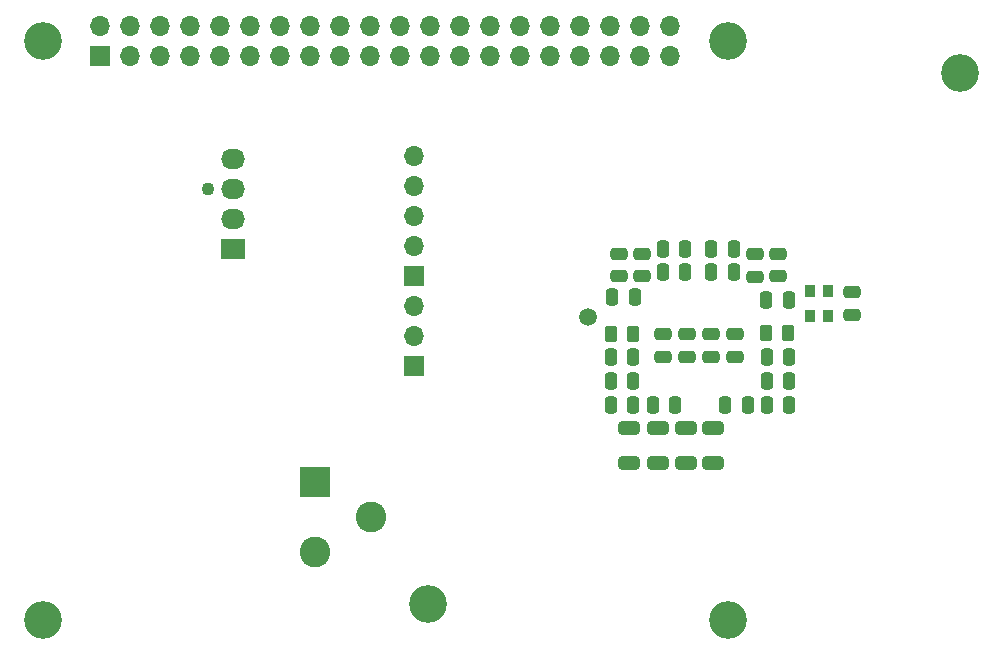
<source format=gbs>
G04 #@! TF.GenerationSoftware,KiCad,Pcbnew,7.0.7-7.0.7~ubuntu22.04.1*
G04 #@! TF.CreationDate,2023-10-23T09:56:04+02:00*
G04 #@! TF.ProjectId,bitaxeUltra,62697461-7865-4556-9c74-72612e6b6963,rev?*
G04 #@! TF.SameCoordinates,Original*
G04 #@! TF.FileFunction,Soldermask,Bot*
G04 #@! TF.FilePolarity,Negative*
%FSLAX46Y46*%
G04 Gerber Fmt 4.6, Leading zero omitted, Abs format (unit mm)*
G04 Created by KiCad (PCBNEW 7.0.7-7.0.7~ubuntu22.04.1) date 2023-10-23 09:56:04*
%MOMM*%
%LPD*%
G01*
G04 APERTURE LIST*
G04 Aperture macros list*
%AMRoundRect*
0 Rectangle with rounded corners*
0 $1 Rounding radius*
0 $2 $3 $4 $5 $6 $7 $8 $9 X,Y pos of 4 corners*
0 Add a 4 corners polygon primitive as box body*
4,1,4,$2,$3,$4,$5,$6,$7,$8,$9,$2,$3,0*
0 Add four circle primitives for the rounded corners*
1,1,$1+$1,$2,$3*
1,1,$1+$1,$4,$5*
1,1,$1+$1,$6,$7*
1,1,$1+$1,$8,$9*
0 Add four rect primitives between the rounded corners*
20,1,$1+$1,$2,$3,$4,$5,0*
20,1,$1+$1,$4,$5,$6,$7,0*
20,1,$1+$1,$6,$7,$8,$9,0*
20,1,$1+$1,$8,$9,$2,$3,0*%
G04 Aperture macros list end*
%ADD10R,1.700000X1.700000*%
%ADD11O,1.700000X1.700000*%
%ADD12C,3.200000*%
%ADD13C,1.100000*%
%ADD14R,2.030000X1.730000*%
%ADD15O,2.030000X1.730000*%
%ADD16R,2.600000X2.600000*%
%ADD17C,2.600000*%
%ADD18RoundRect,0.250000X0.475000X-0.250000X0.475000X0.250000X-0.475000X0.250000X-0.475000X-0.250000X0*%
%ADD19RoundRect,0.250000X0.250000X0.475000X-0.250000X0.475000X-0.250000X-0.475000X0.250000X-0.475000X0*%
%ADD20RoundRect,0.250000X-0.250000X-0.475000X0.250000X-0.475000X0.250000X0.475000X-0.250000X0.475000X0*%
%ADD21RoundRect,0.250000X-0.650000X0.325000X-0.650000X-0.325000X0.650000X-0.325000X0.650000X0.325000X0*%
%ADD22RoundRect,0.250000X-0.475000X0.250000X-0.475000X-0.250000X0.475000X-0.250000X0.475000X0.250000X0*%
%ADD23R,0.900000X1.000000*%
%ADD24RoundRect,0.250000X0.262500X0.450000X-0.262500X0.450000X-0.262500X-0.450000X0.262500X-0.450000X0*%
%ADD25C,1.500000*%
G04 APERTURE END LIST*
D10*
X208280000Y-79248000D03*
D11*
X208280000Y-76708000D03*
X208280000Y-74168000D03*
X208280000Y-71628000D03*
X208280000Y-69088000D03*
D12*
X176850000Y-108300000D03*
D13*
X190834000Y-71872000D03*
D14*
X192994000Y-76952000D03*
D15*
X192994000Y-74412000D03*
X192994000Y-71872000D03*
X192994000Y-69332000D03*
D10*
X181737000Y-60568000D03*
D11*
X181737000Y-58028000D03*
X184277000Y-60568000D03*
X184277000Y-58028000D03*
X186817000Y-60568000D03*
X186817000Y-58028000D03*
X189357000Y-60568000D03*
X189357000Y-58028000D03*
X191897000Y-60568000D03*
X191897000Y-58028000D03*
X194437000Y-60568000D03*
X194437000Y-58028000D03*
X196977000Y-60568000D03*
X196977000Y-58028000D03*
X199517000Y-60568000D03*
X199517000Y-58028000D03*
X202057000Y-60568000D03*
X202057000Y-58028000D03*
X204597000Y-60568000D03*
X204597000Y-58028000D03*
X207137000Y-60568000D03*
X207137000Y-58028000D03*
X209677000Y-60568000D03*
X209677000Y-58028000D03*
X212217000Y-60568000D03*
X212217000Y-58028000D03*
X214757000Y-60568000D03*
X214757000Y-58028000D03*
X217297000Y-60568000D03*
X217297000Y-58028000D03*
X219837000Y-60568000D03*
X219837000Y-58028000D03*
X222377000Y-60568000D03*
X222377000Y-58028000D03*
X224917000Y-60568000D03*
X224917000Y-58028000D03*
X227457000Y-60568000D03*
X227457000Y-58028000D03*
X229997000Y-60568000D03*
X229997000Y-58028000D03*
D12*
X234850000Y-108300000D03*
X254500000Y-62000000D03*
D10*
X208280000Y-86868000D03*
D11*
X208280000Y-84328000D03*
X208280000Y-81788000D03*
D12*
X209500000Y-107000000D03*
X176850000Y-59300000D03*
D16*
X199898000Y-96616000D03*
D17*
X199898000Y-102616000D03*
X204598000Y-99616000D03*
D12*
X234850000Y-59300000D03*
D18*
X227584000Y-79248000D03*
X227584000Y-77348000D03*
D19*
X226959200Y-81026000D03*
X225059200Y-81026000D03*
D18*
X239100000Y-79250000D03*
X239100000Y-77350000D03*
D20*
X224922000Y-86106000D03*
X226822000Y-86106000D03*
X229350000Y-76900000D03*
X231250000Y-76900000D03*
D18*
X233426000Y-86040000D03*
X233426000Y-84140000D03*
X229362000Y-86040000D03*
X229362000Y-84140000D03*
D19*
X239999600Y-81229200D03*
X238099600Y-81229200D03*
D21*
X226517200Y-92096800D03*
X226517200Y-95046800D03*
D19*
X226822000Y-88138000D03*
X224922000Y-88138000D03*
X230378000Y-90170000D03*
X228478000Y-90170000D03*
X240030000Y-90170000D03*
X238130000Y-90170000D03*
D18*
X237134400Y-79283600D03*
X237134400Y-77383600D03*
D22*
X245364000Y-80584000D03*
X245364000Y-82484000D03*
D18*
X225600000Y-79250000D03*
X225600000Y-77350000D03*
D19*
X235350000Y-76900000D03*
X233450000Y-76900000D03*
X240030000Y-88138000D03*
X238130000Y-88138000D03*
D21*
X233629200Y-92096800D03*
X233629200Y-95046800D03*
D18*
X235458000Y-86040000D03*
X235458000Y-84140000D03*
D23*
X243345000Y-80459000D03*
X243345000Y-82609000D03*
X241795000Y-82609000D03*
X241795000Y-80459000D03*
D21*
X228904800Y-92096800D03*
X228904800Y-95046800D03*
D18*
X231394000Y-86040000D03*
X231394000Y-84140000D03*
D19*
X235341200Y-78892400D03*
X233441200Y-78892400D03*
D21*
X231292400Y-92096800D03*
X231292400Y-95046800D03*
D19*
X226822000Y-90170000D03*
X224922000Y-90170000D03*
D20*
X229326400Y-78892400D03*
X231226400Y-78892400D03*
D24*
X239926500Y-84074000D03*
X238101500Y-84074000D03*
D20*
X238130000Y-86106000D03*
X240030000Y-86106000D03*
D25*
X223012000Y-82650000D03*
D24*
X226795000Y-84140000D03*
X224970000Y-84140000D03*
D19*
X236540000Y-90170000D03*
X234640000Y-90170000D03*
M02*

</source>
